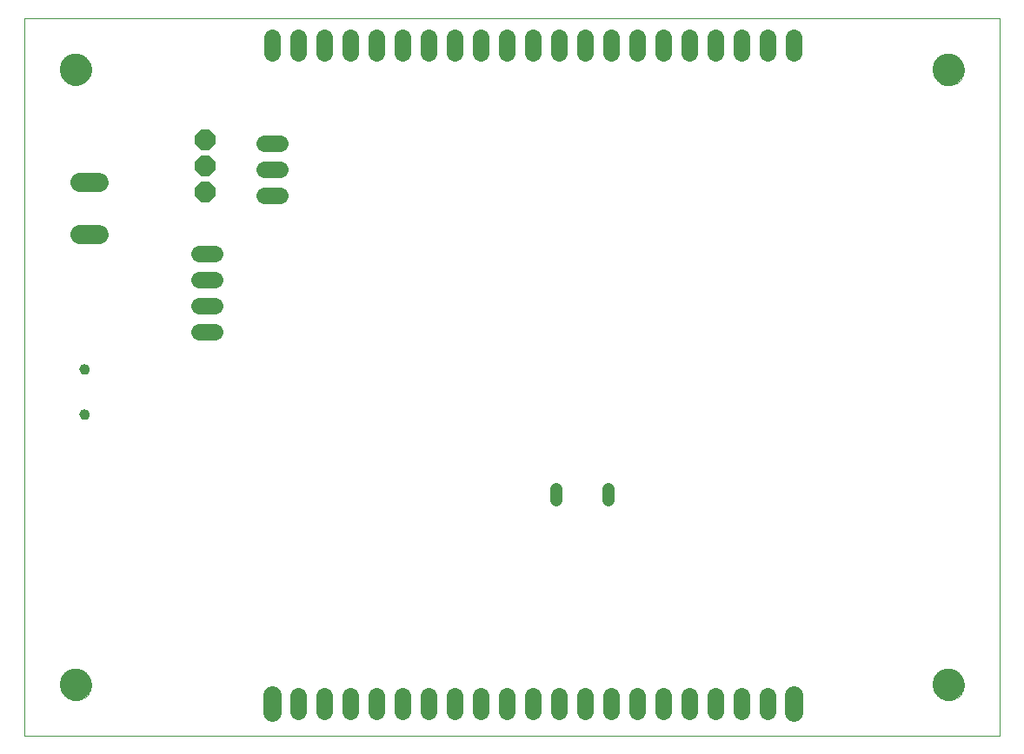
<source format=gbs>
G75*
G70*
%OFA0B0*%
%FSLAX24Y24*%
%IPPOS*%
%LPD*%
%AMOC8*
5,1,8,0,0,1.08239X$1,22.5*
%
%ADD10C,0.0000*%
%ADD11C,0.0480*%
%ADD12OC8,0.0800*%
%ADD13C,0.0394*%
%ADD14C,0.0634*%
%ADD15C,0.1221*%
%ADD16C,0.0700*%
%ADD17C,0.0745*%
D10*
X000151Y000151D02*
X037553Y000151D01*
X037553Y027710D01*
X000151Y027710D01*
X000151Y000151D01*
X001529Y002120D02*
X001531Y002168D01*
X001537Y002216D01*
X001547Y002263D01*
X001560Y002309D01*
X001578Y002354D01*
X001598Y002398D01*
X001623Y002440D01*
X001651Y002479D01*
X001681Y002516D01*
X001715Y002550D01*
X001752Y002582D01*
X001790Y002611D01*
X001831Y002636D01*
X001874Y002658D01*
X001919Y002676D01*
X001965Y002690D01*
X002012Y002701D01*
X002060Y002708D01*
X002108Y002711D01*
X002156Y002710D01*
X002204Y002705D01*
X002252Y002696D01*
X002298Y002684D01*
X002343Y002667D01*
X002387Y002647D01*
X002429Y002624D01*
X002469Y002597D01*
X002507Y002567D01*
X002542Y002534D01*
X002574Y002498D01*
X002604Y002460D01*
X002630Y002419D01*
X002652Y002376D01*
X002672Y002332D01*
X002687Y002287D01*
X002699Y002240D01*
X002707Y002192D01*
X002711Y002144D01*
X002711Y002096D01*
X002707Y002048D01*
X002699Y002000D01*
X002687Y001953D01*
X002672Y001908D01*
X002652Y001864D01*
X002630Y001821D01*
X002604Y001780D01*
X002574Y001742D01*
X002542Y001706D01*
X002507Y001673D01*
X002469Y001643D01*
X002429Y001616D01*
X002387Y001593D01*
X002343Y001573D01*
X002298Y001556D01*
X002252Y001544D01*
X002204Y001535D01*
X002156Y001530D01*
X002108Y001529D01*
X002060Y001532D01*
X002012Y001539D01*
X001965Y001550D01*
X001919Y001564D01*
X001874Y001582D01*
X001831Y001604D01*
X001790Y001629D01*
X001752Y001658D01*
X001715Y001690D01*
X001681Y001724D01*
X001651Y001761D01*
X001623Y001800D01*
X001598Y001842D01*
X001578Y001886D01*
X001560Y001931D01*
X001547Y001977D01*
X001537Y002024D01*
X001531Y002072D01*
X001529Y002120D01*
X002269Y012498D02*
X002271Y012524D01*
X002277Y012550D01*
X002287Y012575D01*
X002300Y012598D01*
X002316Y012618D01*
X002336Y012636D01*
X002358Y012651D01*
X002381Y012663D01*
X002407Y012671D01*
X002433Y012675D01*
X002459Y012675D01*
X002485Y012671D01*
X002511Y012663D01*
X002535Y012651D01*
X002556Y012636D01*
X002576Y012618D01*
X002592Y012598D01*
X002605Y012575D01*
X002615Y012550D01*
X002621Y012524D01*
X002623Y012498D01*
X002621Y012472D01*
X002615Y012446D01*
X002605Y012421D01*
X002592Y012398D01*
X002576Y012378D01*
X002556Y012360D01*
X002534Y012345D01*
X002511Y012333D01*
X002485Y012325D01*
X002459Y012321D01*
X002433Y012321D01*
X002407Y012325D01*
X002381Y012333D01*
X002357Y012345D01*
X002336Y012360D01*
X002316Y012378D01*
X002300Y012398D01*
X002287Y012421D01*
X002277Y012446D01*
X002271Y012472D01*
X002269Y012498D01*
X002269Y014230D02*
X002271Y014256D01*
X002277Y014282D01*
X002287Y014307D01*
X002300Y014330D01*
X002316Y014350D01*
X002336Y014368D01*
X002358Y014383D01*
X002381Y014395D01*
X002407Y014403D01*
X002433Y014407D01*
X002459Y014407D01*
X002485Y014403D01*
X002511Y014395D01*
X002535Y014383D01*
X002556Y014368D01*
X002576Y014350D01*
X002592Y014330D01*
X002605Y014307D01*
X002615Y014282D01*
X002621Y014256D01*
X002623Y014230D01*
X002621Y014204D01*
X002615Y014178D01*
X002605Y014153D01*
X002592Y014130D01*
X002576Y014110D01*
X002556Y014092D01*
X002534Y014077D01*
X002511Y014065D01*
X002485Y014057D01*
X002459Y014053D01*
X002433Y014053D01*
X002407Y014057D01*
X002381Y014065D01*
X002357Y014077D01*
X002336Y014092D01*
X002316Y014110D01*
X002300Y014130D01*
X002287Y014153D01*
X002277Y014178D01*
X002271Y014204D01*
X002269Y014230D01*
X001529Y025726D02*
X001531Y025774D01*
X001537Y025822D01*
X001547Y025869D01*
X001560Y025915D01*
X001578Y025960D01*
X001598Y026004D01*
X001623Y026046D01*
X001651Y026085D01*
X001681Y026122D01*
X001715Y026156D01*
X001752Y026188D01*
X001790Y026217D01*
X001831Y026242D01*
X001874Y026264D01*
X001919Y026282D01*
X001965Y026296D01*
X002012Y026307D01*
X002060Y026314D01*
X002108Y026317D01*
X002156Y026316D01*
X002204Y026311D01*
X002252Y026302D01*
X002298Y026290D01*
X002343Y026273D01*
X002387Y026253D01*
X002429Y026230D01*
X002469Y026203D01*
X002507Y026173D01*
X002542Y026140D01*
X002574Y026104D01*
X002604Y026066D01*
X002630Y026025D01*
X002652Y025982D01*
X002672Y025938D01*
X002687Y025893D01*
X002699Y025846D01*
X002707Y025798D01*
X002711Y025750D01*
X002711Y025702D01*
X002707Y025654D01*
X002699Y025606D01*
X002687Y025559D01*
X002672Y025514D01*
X002652Y025470D01*
X002630Y025427D01*
X002604Y025386D01*
X002574Y025348D01*
X002542Y025312D01*
X002507Y025279D01*
X002469Y025249D01*
X002429Y025222D01*
X002387Y025199D01*
X002343Y025179D01*
X002298Y025162D01*
X002252Y025150D01*
X002204Y025141D01*
X002156Y025136D01*
X002108Y025135D01*
X002060Y025138D01*
X002012Y025145D01*
X001965Y025156D01*
X001919Y025170D01*
X001874Y025188D01*
X001831Y025210D01*
X001790Y025235D01*
X001752Y025264D01*
X001715Y025296D01*
X001681Y025330D01*
X001651Y025367D01*
X001623Y025406D01*
X001598Y025448D01*
X001578Y025492D01*
X001560Y025537D01*
X001547Y025583D01*
X001537Y025630D01*
X001531Y025678D01*
X001529Y025726D01*
X034993Y025714D02*
X034995Y025762D01*
X035001Y025810D01*
X035011Y025857D01*
X035024Y025903D01*
X035042Y025948D01*
X035062Y025992D01*
X035087Y026034D01*
X035115Y026073D01*
X035145Y026110D01*
X035179Y026144D01*
X035216Y026176D01*
X035254Y026205D01*
X035295Y026230D01*
X035338Y026252D01*
X035383Y026270D01*
X035429Y026284D01*
X035476Y026295D01*
X035524Y026302D01*
X035572Y026305D01*
X035620Y026304D01*
X035668Y026299D01*
X035716Y026290D01*
X035762Y026278D01*
X035807Y026261D01*
X035851Y026241D01*
X035893Y026218D01*
X035933Y026191D01*
X035971Y026161D01*
X036006Y026128D01*
X036038Y026092D01*
X036068Y026054D01*
X036094Y026013D01*
X036116Y025970D01*
X036136Y025926D01*
X036151Y025881D01*
X036163Y025834D01*
X036171Y025786D01*
X036175Y025738D01*
X036175Y025690D01*
X036171Y025642D01*
X036163Y025594D01*
X036151Y025547D01*
X036136Y025502D01*
X036116Y025458D01*
X036094Y025415D01*
X036068Y025374D01*
X036038Y025336D01*
X036006Y025300D01*
X035971Y025267D01*
X035933Y025237D01*
X035893Y025210D01*
X035851Y025187D01*
X035807Y025167D01*
X035762Y025150D01*
X035716Y025138D01*
X035668Y025129D01*
X035620Y025124D01*
X035572Y025123D01*
X035524Y025126D01*
X035476Y025133D01*
X035429Y025144D01*
X035383Y025158D01*
X035338Y025176D01*
X035295Y025198D01*
X035254Y025223D01*
X035216Y025252D01*
X035179Y025284D01*
X035145Y025318D01*
X035115Y025355D01*
X035087Y025394D01*
X035062Y025436D01*
X035042Y025480D01*
X035024Y025525D01*
X035011Y025571D01*
X035001Y025618D01*
X034995Y025666D01*
X034993Y025714D01*
X034993Y002120D02*
X034995Y002168D01*
X035001Y002216D01*
X035011Y002263D01*
X035024Y002309D01*
X035042Y002354D01*
X035062Y002398D01*
X035087Y002440D01*
X035115Y002479D01*
X035145Y002516D01*
X035179Y002550D01*
X035216Y002582D01*
X035254Y002611D01*
X035295Y002636D01*
X035338Y002658D01*
X035383Y002676D01*
X035429Y002690D01*
X035476Y002701D01*
X035524Y002708D01*
X035572Y002711D01*
X035620Y002710D01*
X035668Y002705D01*
X035716Y002696D01*
X035762Y002684D01*
X035807Y002667D01*
X035851Y002647D01*
X035893Y002624D01*
X035933Y002597D01*
X035971Y002567D01*
X036006Y002534D01*
X036038Y002498D01*
X036068Y002460D01*
X036094Y002419D01*
X036116Y002376D01*
X036136Y002332D01*
X036151Y002287D01*
X036163Y002240D01*
X036171Y002192D01*
X036175Y002144D01*
X036175Y002096D01*
X036171Y002048D01*
X036163Y002000D01*
X036151Y001953D01*
X036136Y001908D01*
X036116Y001864D01*
X036094Y001821D01*
X036068Y001780D01*
X036038Y001742D01*
X036006Y001706D01*
X035971Y001673D01*
X035933Y001643D01*
X035893Y001616D01*
X035851Y001593D01*
X035807Y001573D01*
X035762Y001556D01*
X035716Y001544D01*
X035668Y001535D01*
X035620Y001530D01*
X035572Y001529D01*
X035524Y001532D01*
X035476Y001539D01*
X035429Y001550D01*
X035383Y001564D01*
X035338Y001582D01*
X035295Y001604D01*
X035254Y001629D01*
X035216Y001658D01*
X035179Y001690D01*
X035145Y001724D01*
X035115Y001761D01*
X035087Y001800D01*
X035062Y001842D01*
X035042Y001886D01*
X035024Y001931D01*
X035011Y001977D01*
X035001Y002024D01*
X034995Y002072D01*
X034993Y002120D01*
D11*
X022553Y009191D02*
X022553Y009631D01*
X020553Y009631D02*
X020553Y009191D01*
D12*
X007079Y021036D03*
X007079Y022036D03*
X007079Y023036D03*
D13*
X002446Y014230D03*
X002446Y012498D03*
D14*
X006854Y015651D02*
X007448Y015651D01*
X007448Y016651D02*
X006854Y016651D01*
X006854Y017651D02*
X007448Y017651D01*
X007448Y018651D02*
X006854Y018651D01*
X009354Y020901D02*
X009948Y020901D01*
X009948Y021901D02*
X009354Y021901D01*
X009354Y022901D02*
X009948Y022901D01*
X009651Y026355D02*
X009651Y026949D01*
X010651Y026949D02*
X010651Y026355D01*
X011651Y026355D02*
X011651Y026949D01*
X012651Y026949D02*
X012651Y026355D01*
X013651Y026355D02*
X013651Y026949D01*
X014651Y026949D02*
X014651Y026355D01*
X015651Y026355D02*
X015651Y026949D01*
X016651Y026949D02*
X016651Y026355D01*
X017651Y026355D02*
X017651Y026949D01*
X018651Y026949D02*
X018651Y026355D01*
X019651Y026354D02*
X019651Y026948D01*
X020651Y026948D02*
X020651Y026354D01*
X021651Y026354D02*
X021651Y026948D01*
X022651Y026948D02*
X022651Y026354D01*
X023651Y026354D02*
X023651Y026948D01*
X024651Y026948D02*
X024651Y026354D01*
X025651Y026354D02*
X025651Y026948D01*
X026651Y026948D02*
X026651Y026354D01*
X027651Y026354D02*
X027651Y026948D01*
X028651Y026948D02*
X028651Y026354D01*
X029651Y026354D02*
X029651Y026948D01*
X028651Y001698D02*
X028651Y001104D01*
X027651Y001104D02*
X027651Y001698D01*
X026651Y001698D02*
X026651Y001104D01*
X025651Y001104D02*
X025651Y001698D01*
X024651Y001698D02*
X024651Y001104D01*
X023651Y001104D02*
X023651Y001698D01*
X022651Y001698D02*
X022651Y001104D01*
X021651Y001104D02*
X021651Y001698D01*
X020651Y001698D02*
X020651Y001104D01*
X019651Y001104D02*
X019651Y001698D01*
X018651Y001698D02*
X018651Y001104D01*
X017651Y001104D02*
X017651Y001698D01*
X016651Y001698D02*
X016651Y001104D01*
X015651Y001104D02*
X015651Y001698D01*
X014651Y001698D02*
X014651Y001104D01*
X013651Y001104D02*
X013651Y001698D01*
X012651Y001698D02*
X012651Y001104D01*
X011651Y001104D02*
X011651Y001698D01*
X010651Y001698D02*
X010651Y001104D01*
D15*
X002120Y002120D03*
X002120Y025726D03*
X035584Y025714D03*
X035584Y002120D03*
D16*
X029651Y001731D02*
X029651Y001071D01*
X009651Y001072D02*
X009651Y001732D01*
D17*
X003004Y019401D02*
X002299Y019401D01*
X002299Y021401D02*
X003004Y021401D01*
M02*

</source>
